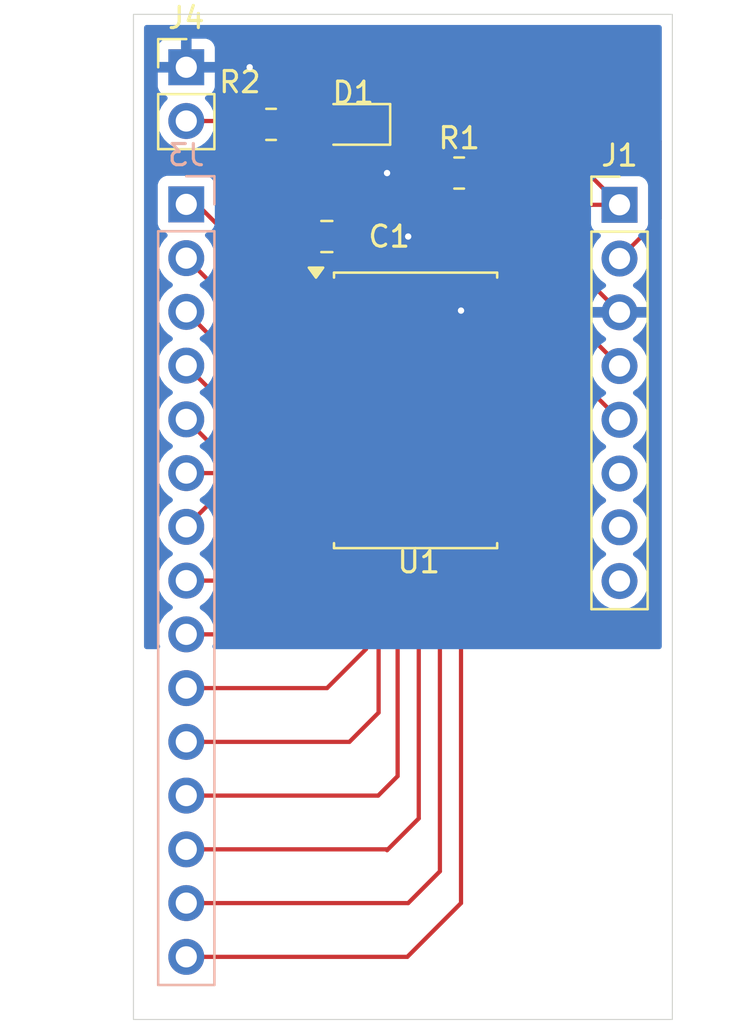
<source format=kicad_pcb>
(kicad_pcb (version 20240108) (generator "pcbnew") (generator_version "8.0")
  (layers (0 "F.Cu" signal) (31 "B.Cu" signal) (34 "B.Paste" user) (35 "F.Paste" user) (36 "B.SilkS" user "B.Silkscreen") (37 "F.SilkS" user "F.Silkscreen") (38 "B.Mask" user) (39 "F.Mask" user) (44 "Edge.Cuts" user))
  (net 0 "")
  (net 1 "Net-(D1-A)")
  (net 2 "Net-(J1-Pin_2)")
  (net 3 "Net-(J1-Pin_1)")
  (net 4 "Net-(J1-Pin_5)")
  (net 5 "Net-(J1-Pin_4)")
  (net 9 "Net-(J3-Pin_13)")
  (net 10 "Net-(J3-Pin_12)")
  (net 11 "Net-(J3-Pin_8)")
  (net 12 "Net-(J3-Pin_14)")
  (net 13 "Net-(J3-Pin_9)")
  (net 14 "Net-(J3-Pin_11)")
  (net 15 "Net-(J3-Pin_15)")
  (net 16 "Net-(J3-Pin_10)")
  (net 17 "Net-(J3-Pin_4)")
  (net 18 "Net-(J3-Pin_3)")
  (net 19 "Net-(J3-Pin_7)")
  (net 20 "Net-(J3-Pin_1)")
  (net 21 "Net-(J3-Pin_6)")
  (net 22 "Net-(J3-Pin_5)")
  (net 23 "Net-(J3-Pin_2)")
  (net 24 "Earth")
  (footprint "LED_SMD:LED_0805_2012Metric" (layer "F.Cu") (at 144.9625 89.2 180)
    (property "Reference" "D1" (at 0.0625 1.5 180) (layer "F.SilkS"))
    (property "Value" "LED")
    (fp_line (start 1 -0.96) (end -1.685 -0.96) (stroke (width 0.12)) (layer "F.SilkS"))
    (fp_line (start -1.685 0.96) (end 1 0.96) (stroke (width 0.12)) (layer "F.SilkS"))
    (fp_line (start -1.685 -0.96) (end -1.685 0.96) (stroke (width 0.12)) (layer "F.SilkS"))
    (pad "1" smd roundrect (at -0.9375 0 180) (size 0.975 1.4) (layers "F.Cu" "F.Paste" "F.Mask") (net 24 "Earth"))
    (pad "2" smd roundrect (at 0.9375 0 180) (size 0.975 1.4) (layers "F.Cu" "F.Paste" "F.Mask") (net 1 "Net-(D1-A)"))
  )
  (footprint "Resistor_SMD:R_0805_2012Metric" (layer "F.Cu") (at 141.0125 89.2)
    (property "Reference" "R2" (at -1.475 -2 0) (layer "F.SilkS"))
    (property "Value" "1K")
    (fp_line (start -0.227064 -0.735) (end 0.227064 -0.735) (stroke (width 0.12)) (layer "F.SilkS"))
    (fp_line (start -0.227064 0.735) (end 0.227064 0.735) (stroke (width 0.12)) (layer "F.SilkS"))
    (pad "1" smd roundrect (at -0.9125 0) (size 1.025 1.4) (layers "F.Cu" "F.Paste" "F.Mask") (roundrect_rratio 0.243902439) (net 2 "Net-(J1-Pin_2)"))
    (pad "2" smd roundrect (at 0.9125 0) (size 1.025 1.4) (layers "F.Cu" "F.Paste" "F.Mask") (roundrect_rratio 0.243902439) (net 1 "Net-(D1-A)"))
  )
  (footprint "Connector_PinHeader_2.54mm:PinHeader_1x02_P2.54mm_Vertical" (layer "F.Cu") (at 137 86.5)
    (property "Reference" "J4" (at 0 -2.33 0) (layer "F.SilkS"))
    (property "Value" "Conn_01x02_Pin")
    (fp_line (start -1.33 -1.33) (end 0 -1.33) (stroke (width 0.12)) (layer "F.SilkS"))
    (fp_line (start -1.33 0) (end -1.33 -1.33) (stroke (width 0.12)) (layer "F.SilkS"))
    (fp_line (start -1.33 1.27) (end -1.33 3.87) (stroke (width 0.12)) (layer "F.SilkS"))
    (fp_line (start -1.33 1.27) (end 1.33 1.27) (stroke (width 0.12)) (layer "F.SilkS"))
    (fp_line (start -1.33 3.87) (end 1.33 3.87) (stroke (width 0.12)) (layer "F.SilkS"))
    (fp_line (start 1.33 1.27) (end 1.33 3.87) (stroke (width 0.12)) (layer "F.SilkS"))
    (pad "1" thru_hole rect (at 0 0) (size 1.7 1.7) (drill 1) (layers "*.Cu" "*.Mask") (net 24 "Earth"))
    (pad "2" thru_hole oval (at 0 2.54) (size 1.7 1.7) (drill 1) (layers "*.Cu" "*.Mask") (net 2 "Net-(J1-Pin_2)"))
  )
  (footprint "Capacitor_SMD:C_0805_2012Metric" (layer "F.Cu") (at 143.65 94.5 180)
    (property "Reference" "C1" (at -2.95 0 180) (layer "F.SilkS"))
    (property "Value" "0.1uF")
    (fp_line (start -0.261252 0.735) (end 0.261252 0.735) (stroke (width 0.12)) (layer "F.SilkS"))
    (fp_line (start -0.261252 -0.735) (end 0.261252 -0.735) (stroke (width 0.12)) (layer "F.SilkS"))
    (pad "1" smd roundrect (at -0.95 0 180) (size 1 1.45) (layers "F.Cu" "F.Paste" "F.Mask") (net 24 "Earth"))
    (pad "2" smd roundrect (at 0.95 0 180) (size 1 1.45) (layers "F.Cu" "F.Paste" "F.Mask") (net 2 "Net-(J1-Pin_2)"))
  )
  (footprint "Connector_PinHeader_2.54mm:PinHeader_1x08_P2.54mm_Vertical" (layer "F.Cu") (at 157.5 93)
    (property "Reference" "J1" (at 0 -2.33 0) (layer "F.SilkS"))
    (property "Value" "Conn_01x08_Pin")
    (fp_line (start -1.33 -1.33) (end 0 -1.33) (stroke (width 0.12)) (layer "F.SilkS"))
    (fp_line (start -1.33 0) (end -1.33 -1.33) (stroke (width 0.12)) (layer "F.SilkS"))
    (fp_line (start -1.33 1.27) (end -1.33 19.11) (stroke (width 0.12)) (layer "F.SilkS"))
    (fp_line (start -1.33 1.27) (end 1.33 1.27) (stroke (width 0.12)) (layer "F.SilkS"))
    (fp_line (start -1.33 19.11) (end 1.33 19.11) (stroke (width 0.12)) (layer "F.SilkS"))
    (fp_line (start 1.33 1.27) (end 1.33 19.11) (stroke (width 0.12)) (layer "F.SilkS"))
    (pad "1" thru_hole rect (at 0 0) (size 1.7 1.7) (drill 1) (layers "*.Cu" "*.Mask") (net 3 "Net-(J1-Pin_1)"))
    (pad "2" thru_hole oval (at 0 2.54) (size 1.7 1.7) (drill 1) (layers "*.Cu" "*.Mask") (net 2 "Net-(J1-Pin_2)"))
    (pad "3" thru_hole oval (at 0 5.08) (size 1.7 1.7) (drill 1) (layers "*.Cu" "*.Mask") (net 24 "Earth"))
    (pad "4" thru_hole oval (at 0 7.62) (size 1.7 1.7) (drill 1) (layers "*.Cu" "*.Mask") (net 5 "Net-(J1-Pin_4)"))
    (pad "5" thru_hole oval (at 0 10.16) (size 1.7 1.7) (drill 1) (layers "*.Cu" "*.Mask") (net 4 "Net-(J1-Pin_5)"))
    (pad "6" thru_hole oval (at 0 12.7) (size 1.7 1.7) (drill 1) (layers "*.Cu" "*.Mask"))
    (pad "7" thru_hole oval (at 0 15.24) (size 1.7 1.7) (drill 1) (layers "*.Cu" "*.Mask"))
    (pad "8" thru_hole oval (at 0 17.78) (size 1.7 1.7) (drill 1) (layers "*.Cu" "*.Mask"))
  )
  (footprint "Package_SO:SOIC-20W_7.5x12.8mm_P1.27mm" (layer "F.Cu") (at 147.85 102.715)
    (property "Reference" "U1" (at 0.15 7.175 0) (layer "F.SilkS"))
    (property "Value" "~")
    (fp_line (start -3.86 -6.51) (end -3.86 -6.275) (stroke (width 0.12)) (layer "F.SilkS"))
    (fp_line (start -3.86 6.51) (end -3.86 6.275) (stroke (width 0.12)) (layer "F.SilkS"))
    (fp_line (start 0 -6.51) (end -3.86 -6.51) (stroke (width 0.12)) (layer "F.SilkS"))
    (fp_line (start 0 -6.51) (end 3.86 -6.51) (stroke (width 0.12)) (layer "F.SilkS"))
    (fp_line (start 0 6.51) (end -3.86 6.51) (stroke (width 0.12)) (layer "F.SilkS"))
    (fp_line (start 0 6.51) (end 3.86 6.51) (stroke (width 0.12)) (layer "F.SilkS"))
    (fp_line (start 3.86 -6.51) (end 3.86 -6.275) (stroke (width 0.12)) (layer "F.SilkS"))
    (fp_line (start 3.86 6.51) (end 3.86 6.275) (stroke (width 0.12)) (layer "F.SilkS"))
    (fp_poly (pts (xy -4.7125 -6.275) (xy -5.0525 -6.745) (xy -4.3725 -6.745) (xy -4.7125 -6.275)) (stroke (width 0.12)) (fill solid) (layer "F.SilkS"))
    (pad "1" smd roundrect (at -4.65 -5.715) (size 2.05 0.6) (layers "F.Cu" "F.Paste" "F.Mask") (net 2 "Net-(J1-Pin_2)"))
    (pad "2" smd roundrect (at -4.65 -4.445) (size 2.05 0.6) (layers "F.Cu" "F.Paste" "F.Mask") (net 20 "Net-(J3-Pin_1)"))
    (pad "3" smd roundrect (at -4.65 -3.175) (size 2.05 0.6) (layers "F.Cu" "F.Paste" "F.Mask") (net 23 "Net-(J3-Pin_2)"))
    (pad "4" smd roundrect (at -4.65 -1.905) (size 2.05 0.6) (layers "F.Cu" "F.Paste" "F.Mask") (net 3 "Net-(J1-Pin_1)"))
    (pad "5" smd roundrect (at -4.65 -0.635) (size 2.05 0.6) (layers "F.Cu" "F.Paste" "F.Mask") (net 18 "Net-(J3-Pin_3)"))
    (pad "6" smd roundrect (at -4.65 0.635) (size 2.05 0.6) (layers "F.Cu" "F.Paste" "F.Mask") (net 17 "Net-(J3-Pin_4)"))
    (pad "7" smd roundrect (at -4.65 1.905) (size 2.05 0.6) (layers "F.Cu" "F.Paste" "F.Mask") (net 22 "Net-(J3-Pin_5)"))
    (pad "8" smd roundrect (at -4.65 3.175) (size 2.05 0.6) (layers "F.Cu" "F.Paste" "F.Mask") (net 21 "Net-(J3-Pin_6)"))
    (pad "9" smd roundrect (at -4.65 4.445) (size 2.05 0.6) (layers "F.Cu" "F.Paste" "F.Mask") (net 19 "Net-(J3-Pin_7)"))
    (pad "10" smd roundrect (at -4.65 5.715) (size 2.05 0.6) (layers "F.Cu" "F.Paste" "F.Mask") (net 11 "Net-(J3-Pin_8)"))
    (pad "11" smd roundrect (at 4.65 5.715) (size 2.05 0.6) (layers "F.Cu" "F.Paste" "F.Mask") (net 15 "Net-(J3-Pin_15)"))
    (pad "12" smd roundrect (at 4.65 4.445) (size 2.05 0.6) (layers "F.Cu" "F.Paste" "F.Mask") (net 12 "Net-(J3-Pin_14)"))
    (pad "13" smd roundrect (at 4.65 3.175) (size 2.05 0.6) (layers "F.Cu" "F.Paste" "F.Mask") (net 9 "Net-(J3-Pin_13)"))
    (pad "14" smd roundrect (at 4.65 1.905) (size 2.05 0.6) (layers "F.Cu" "F.Paste" "F.Mask") (net 10 "Net-(J3-Pin_12)"))
    (pad "15" smd roundrect (at 4.65 0.635) (size 2.05 0.6) (layers "F.Cu" "F.Paste" "F.Mask") (net 14 "Net-(J3-Pin_11)"))
    (pad "16" smd roundrect (at 4.65 -0.635) (size 2.05 0.6) (layers "F.Cu" "F.Paste" "F.Mask") (net 16 "Net-(J3-Pin_10)"))
    (pad "17" smd roundrect (at 4.65 -1.905) (size 2.05 0.6) (layers "F.Cu" "F.Paste" "F.Mask") (net 13 "Net-(J3-Pin_9)"))
    (pad "18" smd roundrect (at 4.65 -3.175) (size 2.05 0.6) (layers "F.Cu" "F.Paste" "F.Mask") (net 4 "Net-(J1-Pin_5)"))
    (pad "19" smd roundrect (at 4.65 -4.445) (size 2.05 0.6) (layers "F.Cu" "F.Paste" "F.Mask") (net 5 "Net-(J1-Pin_4)"))
    (pad "20" smd roundrect (at 4.65 -5.715) (size 2.05 0.6) (layers "F.Cu" "F.Paste" "F.Mask") (net 24 "Earth"))
  )
  (footprint "Resistor_SMD:R_0805_2012Metric" (layer "F.Cu") (at 149.9125 91.5)
    (property "Reference" "R1" (at 0 -1.65 0) (layer "F.SilkS"))
    (property "Value" "10K")
    (fp_line (start -0.227064 -0.735) (end 0.227064 -0.735) (stroke (width 0.12)) (layer "F.SilkS"))
    (fp_line (start -0.227064 0.735) (end 0.227064 0.735) (stroke (width 0.12)) (layer "F.SilkS"))
    (pad "1" smd roundrect (at -0.9125 0) (size 1.025 1.4) (layers "F.Cu" "F.Paste" "F.Mask") (roundrect_rratio 0.243902439) (net 2 "Net-(J1-Pin_2)"))
    (pad "2" smd roundrect (at 0.9125 0) (size 1.025 1.4) (layers "F.Cu" "F.Paste" "F.Mask") (roundrect_rratio 0.243902439) (net 3 "Net-(J1-Pin_1)"))
  )
  (footprint "Connector_PinHeader_2.54mm:PinHeader_1x15_P2.54mm_Vertical" (layer "B.Cu") (at 137 92.98 180)
    (property "Reference" "J3" (at 0 2.33 180) (layer "B.SilkS") (effects (justify mirror)))
    (property "Value" "Conn_01x15_Pin")
    (fp_line (start 1.33 -1.27) (end -1.33 -1.27) (stroke (width 0.12)) (layer "B.SilkS"))
    (fp_line (start 1.33 -36.89) (end 1.33 -1.27) (stroke (width 0.12)) (layer "B.SilkS"))
    (fp_line (start 1.33 -36.89) (end -1.33 -36.89) (stroke (width 0.12)) (layer "B.SilkS"))
    (fp_line (start 0 1.33) (end -1.33 1.33) (stroke (width 0.12)) (layer "B.SilkS"))
    (fp_line (start -1.33 1.33) (end -1.33 0) (stroke (width 0.12)) (layer "B.SilkS"))
    (fp_line (start -1.33 -36.89) (end -1.33 -1.27) (stroke (width 0.12)) (layer "B.SilkS"))
    (pad "1" thru_hole rect (at 0 0 180) (size 1.7 1.7) (drill 1) (layers "*.Cu" "*.Mask") (net 20 "Net-(J3-Pin_1)"))
    (pad "2" thru_hole oval (at 0 -2.54 180) (size 1.7 1.7) (drill 1) (layers "*.Cu" "*.Mask") (net 23 "Net-(J3-Pin_2)"))
    (pad "3" thru_hole oval (at 0 -5.08 180) (size 1.7 1.7) (drill 1) (layers "*.Cu" "*.Mask") (net 18 "Net-(J3-Pin_3)"))
    (pad "4" thru_hole oval (at 0 -7.62 180) (size 1.7 1.7) (drill 1) (layers "*.Cu" "*.Mask") (net 17 "Net-(J3-Pin_4)"))
    (pad "5" thru_hole oval (at 0 -10.16 180) (size 1.7 1.7) (drill 1) (layers "*.Cu" "*.Mask") (net 22 "Net-(J3-Pin_5)"))
    (pad "6" thru_hole oval (at 0 -12.7 180) (size 1.7 1.7) (drill 1) (layers "*.Cu" "*.Mask") (net 21 "Net-(J3-Pin_6)"))
    (pad "7" thru_hole oval (at 0 -15.24 180) (size 1.7 1.7) (drill 1) (layers "*.Cu" "*.Mask") (net 19 "Net-(J3-Pin_7)"))
    (pad "8" thru_hole oval (at 0 -17.78 180) (size 1.7 1.7) (drill 1) (layers "*.Cu" "*.Mask") (net 11 "Net-(J3-Pin_8)"))
    (pad "9" thru_hole oval (at 0 -20.32 180) (size 1.7 1.7) (drill 1) (layers "*.Cu" "*.Mask") (net 13 "Net-(J3-Pin_9)"))
    (pad "10" thru_hole oval (at 0 -22.86 180) (size 1.7 1.7) (drill 1) (layers "*.Cu" "*.Mask") (net 16 "Net-(J3-Pin_10)"))
    (pad "11" thru_hole oval (at 0 -25.4 180) (size 1.7 1.7) (drill 1) (layers "*.Cu" "*.Mask") (net 14 "Net-(J3-Pin_11)"))
    (pad "12" thru_hole oval (at 0 -27.94 180) (size 1.7 1.7) (drill 1) (layers "*.Cu" "*.Mask") (net 10 "Net-(J3-Pin_12)"))
    (pad "13" thru_hole oval (at 0 -30.48 180) (size 1.7 1.7) (drill 1) (layers "*.Cu" "*.Mask") (net 9 "Net-(J3-Pin_13)"))
    (pad "14" thru_hole oval (at 0 -33.02 180) (size 1.7 1.7) (drill 1) (layers "*.Cu" "*.Mask") (net 12 "Net-(J3-Pin_14)"))
    (pad "15" thru_hole oval (at 0 -35.56 180) (size 1.7 1.7) (drill 1) (layers "*.Cu" "*.Mask") (net 15 "Net-(J3-Pin_15)"))
  )
  (gr_rect (start 134.5 84) (end 160 131.5) (stroke (width 0.05)) (fill none) (layer "Edge.Cuts"))
  (segment (start 144.025 89.2) (end 141.925 89.2) (width 0.2) (layer "F.Cu") (net 1))
  (segment (start 157.5 95.54) (end 159.4 93.64) (width 0.2) (layer "F.Cu") (net 2))
  (segment (start 148.1 92.4) (end 144.8 92.4) (width 0.2) (layer "F.Cu") (net 2))
  (segment (start 144.8 92.4) (end 142.7 94.5) (width 0.2) (layer "F.Cu") (net 2))
  (segment (start 142.7 96.5) (end 143.2 97) (width 0.2) (layer "F.Cu") (net 2))
  (segment (start 140.1 89.2) (end 140.1 91.9) (width 0.2) (layer "F.Cu") (net 2))
  (segment (start 142.8 86.5) (end 140.1 89.2) (width 0.2) (layer "F.Cu") (net 2))
  (segment (start 149 91.5) (end 148.1 92.4) (width 0.2) (layer "F.Cu") (net 2))
  (segment (start 155.9 86.5) (end 142.8 86.5) (width 0.2) (layer "F.Cu") (net 2))
  (segment (start 140.1 91.9) (end 142.7 94.5) (width 0.2) (layer "F.Cu") (net 2))
  (segment (start 137 89.04) (end 139.94 89.04) (width 0.2) (layer "F.Cu") (net 2))
  (segment (start 159.4 93.64) (end 159.4 90) (width 0.2) (layer "F.Cu") (net 2))
  (segment (start 139.94 89.04) (end 140.1 89.2) (width 0.2) (layer "F.Cu") (net 2))
  (segment (start 142.7 94.5) (end 142.7 96.5) (width 0.2) (layer "F.Cu") (net 2))
  (segment (start 159.4 90) (end 155.9 86.5) (width 0.2) (layer "F.Cu") (net 2))
  (segment (start 157.5 93) (end 152 93) (width 0.2) (layer "F.Cu") (net 3))
  (segment (start 152 93) (end 149 96) (width 0.2) (layer "F.Cu") (net 3))
  (segment (start 156 91.5) (end 157.5 93) (width 0.2) (layer "F.Cu") (net 3))
  (segment (start 149 96) (end 149 99) (width 0.2) (layer "F.Cu") (net 3))
  (segment (start 147.19 100.81) (end 143.2 100.81) (width 0.2) (layer "F.Cu") (net 3))
  (segment (start 149 99) (end 147.19 100.81) (width 0.2) (layer "F.Cu") (net 3))
  (segment (start 150.825 91.5) (end 156 91.5) (width 0.2) (layer "F.Cu") (net 3))
  (segment (start 152.5 99.54) (end 153.88 99.54) (width 0.2) (layer "F.Cu") (net 4))
  (segment (start 153.88 99.54) (end 157.5 103.16) (width 0.2) (layer "F.Cu") (net 4))
  (segment (start 155.15 98.27) (end 157.5 100.62) (width 0.2) (layer "F.Cu") (net 5))
  (segment (start 152.5 98.27) (end 155.15 98.27) (width 0.2) (layer "F.Cu") (net 5))
  (segment (start 146.46 123.46) (end 146.5 123.5) (width 0.2) (layer "F.Cu") (net 9))
  (segment (start 148 122) (end 148 109.994448) (width 0.2) (layer "F.Cu") (net 9))
  (segment (start 137 123.46) (end 146.46 123.46) (width 0.2) (layer "F.Cu") (net 9))
  (segment (start 146.5 123.5) (end 148 122) (width 0.2) (layer "F.Cu") (net 9))
  (segment (start 152.104448 105.89) (end 152.5 105.89) (width 0.2) (layer "F.Cu") (net 9))
  (segment (start 148 109.994448) (end 152.104448 105.89) (width 0.2) (layer "F.Cu") (net 9))
  (segment (start 151.475001 104.62) (end 152.5 104.62) (width 0.2) (layer "F.Cu") (net 10))
  (segment (start 147 120) (end 147 109.095001) (width 0.2) (layer "F.Cu") (net 10))
  (segment (start 147 109.095001) (end 151.475001 104.62) (width 0.2) (layer "F.Cu") (net 10))
  (segment (start 137 120.92) (end 146.08 120.92) (width 0.2) (layer "F.Cu") (net 10))
  (segment (start 146.08 120.92) (end 147 120) (width 0.2) (layer "F.Cu") (net 10))
  (segment (start 137 110.76) (end 140.87 110.76) (width 0.2) (layer "F.Cu") (net 11))
  (segment (start 140.87 110.76) (end 143.2 108.43) (width 0.2) (layer "F.Cu") (net 11))
  (segment (start 152.104448 107.16) (end 152.5 107.16) (width 0.2) (layer "F.Cu") (net 12))
  (segment (start 149 110.264448) (end 152.104448 107.16) (width 0.2) (layer "F.Cu") (net 12))
  (segment (start 147.5 126) (end 149 124.5) (width 0.2) (layer "F.Cu") (net 12))
  (segment (start 137 126) (end 147.5 126) (width 0.2) (layer "F.Cu") (net 12))
  (segment (start 149 124.5) (end 149 110.264448) (width 0.2) (layer "F.Cu") (net 12))
  (segment (start 137 113.3) (end 142.2 113.3) (width 0.2) (layer "F.Cu") (net 13))
  (segment (start 142.2 113.3) (end 144.9 110.6) (width 0.2) (layer "F.Cu") (net 13))
  (segment (start 144.9 106.834314) (end 150.924314 100.81) (width 0.2) (layer "F.Cu") (net 13))
  (segment (start 144.9 110.6) (end 144.9 106.834314) (width 0.2) (layer "F.Cu") (net 13))
  (segment (start 146.1 117) (end 144.72 118.38) (width 0.2) (layer "F.Cu") (net 14))
  (segment (start 151.475001 103.35) (end 146.1 108.725001) (width 0.2) (layer "F.Cu") (net 14))
  (segment (start 146.1 108.725001) (end 146.1 117) (width 0.2) (layer "F.Cu") (net 14))
  (segment (start 144.72 118.38) (end 137 118.38) (width 0.2) (layer "F.Cu") (net 14))
  (segment (start 152.5 103.35) (end 151.475001 103.35) (width 0.2) (layer "F.Cu") (net 14))
  (segment (start 150 110.93) (end 152.5 108.43) (width 0.2) (layer "F.Cu") (net 15))
  (segment (start 150 126) (end 150 110.93) (width 0.2) (layer "F.Cu") (net 15))
  (segment (start 137 128.54) (end 147.46 128.54) (width 0.2) (layer "F.Cu") (net 15))
  (segment (start 147.46 128.54) (end 150 126) (width 0.2) (layer "F.Cu") (net 15))
  (segment (start 145.5 107.5) (end 145.5 114) (width 0.2) (layer "F.Cu") (net 16))
  (segment (start 150.92 102.08) (end 145.5 107.5) (width 0.2) (layer "F.Cu") (net 16))
  (segment (start 152.5 102.08) (end 150.92 102.08) (width 0.2) (layer "F.Cu") (net 16))
  (segment (start 145.5 114) (end 143.66 115.84) (width 0.2) (layer "F.Cu") (net 16))
  (segment (start 143.66 115.84) (end 137 115.84) (width 0.2) (layer "F.Cu") (net 16))
  (segment (start 137 100.6) (end 139.75 103.35) (width 0.2) (layer "F.Cu") (net 17))
  (segment (start 139.75 103.35) (end 143.2 103.35) (width 0.2) (layer "F.Cu") (net 17))
  (segment (start 141.02 102.08) (end 143.2 102.08) (width 0.2) (layer "F.Cu") (net 18))
  (segment (start 137 98.06) (end 141.02 102.08) (width 0.2) (layer "F.Cu") (net 18))
  (segment (start 137 108.22) (end 138.06 107.16) (width 0.2) (layer "F.Cu") (net 19))
  (segment (start 138.06 107.16) (end 143.2 107.16) (width 0.2) (layer "F.Cu") (net 19))
  (segment (start 137.514448 92.98) (end 142.804448 98.27) (width 0.2) (layer "F.Cu") (net 20))
  (segment (start 137 92.98) (end 137.514448 92.98) (width 0.2) (layer "F.Cu") (net 20))
  (segment (start 142.804448 98.27) (end 143.2 98.27) (width 0.2) (layer "F.Cu") (net 20))
  (segment (start 142.99 105.68) (end 143.2 105.89) (width 0.2) (layer "F.Cu") (net 21))
  (segment (start 137 105.68) (end 142.99 105.68) (width 0.2) (layer "F.Cu") (net 21))
  (segment (start 137 103.14) (end 138.48 104.62) (width 0.2) (layer "F.Cu") (net 22))
  (segment (start 138.48 104.62) (end 143.2 104.62) (width 0.2) (layer "F.Cu") (net 22))
  (segment (start 141.02 99.54) (end 143.2 99.54) (width 0.2) (layer "F.Cu") (net 23))
  (segment (start 137 95.52) (end 141.02 99.54) (width 0.2) (layer "F.Cu") (net 23))
  (segment (start 152.5 97) (end 156.42 97) (width 0.2) (layer "F.Cu") (net 24))
  (segment (start 156.42 97) (end 157.5 98.08) (width 0.2) (layer "F.Cu") (net 24))
  (segment (start 137 86.5) (end 137.5 86.5) (width 0.2) (layer "F.Cu") (net 24))
  (segment (start 145.9 90.9) (end 146.5 91.5) (width 0.2) (layer "F.Cu") (net 24))
  (segment (start 152.5 97) (end 151 97) (width 0.2) (layer "F.Cu") (net 24))
  (segment (start 151 97) (end 150 98) (width 0.2) (layer "F.Cu") (net 24))
  (segment (start 145.9 89.2) (end 145.9 90.9) (width 0.2) (layer "F.Cu") (net 24))
  (segment (start 137.5 86.5) (end 140 86.5) (width 0.2) (layer "F.Cu") (net 24))
  (segment (start 144.6 94.5) (end 147.5 94.5) (width 0.2) (layer "F.Cu") (net 24))
  (via (at 147.5 94.5) (size 0.6) (drill 0.3) (layers "F.Cu" "B.Cu") (net 24))
  (via (at 140 86.5) (size 0.6) (drill 0.3) (layers "F.Cu" "B.Cu") (net 24))
  (via (at 150 98) (size 0.6) (drill 0.3) (layers "F.Cu" "B.Cu") (net 24))
  (via (at 146.5 91.5) (size 0.6) (drill 0.3) (layers "F.Cu" "B.Cu") (net 24))
  (zone (net 24) (net_name "Earth") (layer "B.Cu") (connect_pads (clearance 0.5)) (min_thickness 0.25) (fill yes (thermal_gap 0.5) (thermal_bridge_width 0.5))
    (polygon (pts (xy 135 84.5) (xy 135 114) (xy 159.5 114) (xy 159.5 84.5)))
  )
)
</source>
